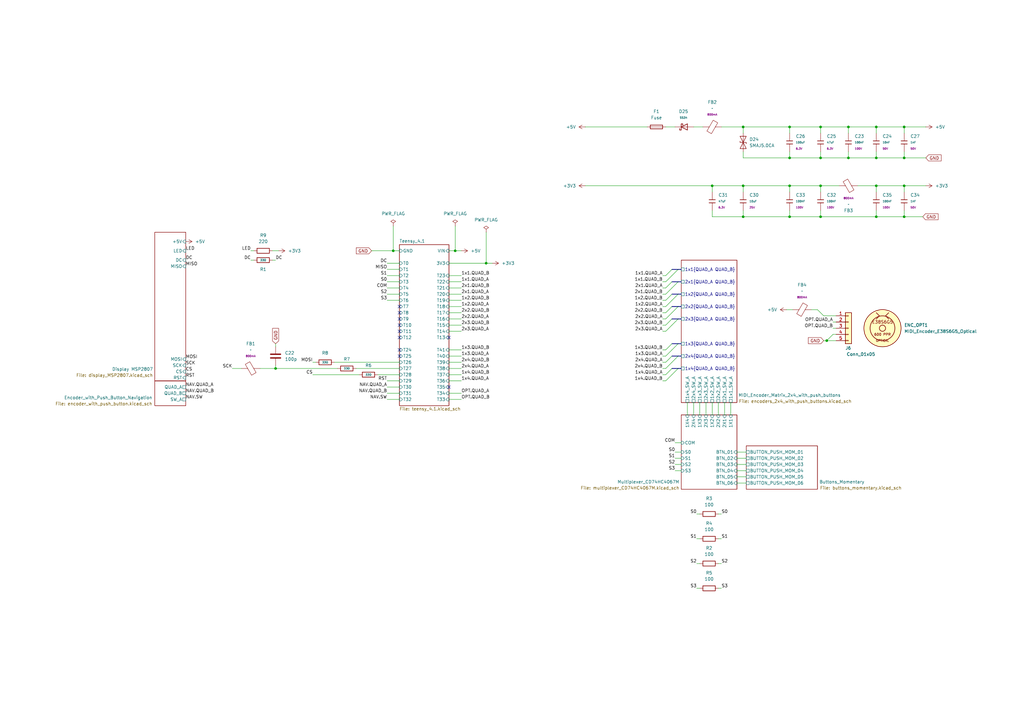
<source format=kicad_sch>
(kicad_sch (version 20250114) (generator "eeschema") (generator_version "9.0")
  (paper "A3")
  (title_block (title "PCB Principal - Contrôleur MIDI") (rev "v1.0"))
  (junction (at 292.1 76.2))
  (junction (at 336.55 88.9))
  (junction (at 304.8 52.07))
  (junction (at 304.8 88.9))
  (junction (at 359.41 76.2))
  (junction (at 347.98 64.77))
  (junction (at 359.41 88.9))
  (junction (at 323.85 88.9))
  (junction (at 370.84 52.07))
  (junction (at 186.69 102.87))
  (junction (at 359.41 52.07))
  (junction (at 323.85 52.07))
  (junction (at 370.84 76.2))
  (junction (at 370.84 88.9))
  (junction (at 370.84 64.77))
  (junction (at 336.55 52.07))
  (junction (at 304.8 76.2))
  (junction (at 359.41 64.77))
  (junction (at 347.98 52.07))
  (junction (at 339.09 139.7))
  (junction (at 199.39 107.95))
  (junction (at 323.85 64.77))
  (junction (at 161.29 102.87))
  (junction (at 323.85 76.2))
  (junction (at 336.55 76.2))
  (junction (at 113.03 151.13))
  (junction (at 336.55 64.77))
  (no_connect (at 184.15 138.43))
  (no_connect (at 163.83 128.27))
  (no_connect (at 163.83 146.05))
  (no_connect (at 184.15 158.75))
  (no_connect (at 163.83 135.89))
  (no_connect (at 163.83 133.35))
  (no_connect (at 163.83 130.81))
  (no_connect (at 163.83 143.51))
  (no_connect (at 163.83 138.43))
  (no_connect (at 163.83 125.73))
  (bus_entry (at 278.13 125.73) (size -2.54 2.54))
  (bus_entry (at 278.13 146.05) (size -2.54 2.54))
  (bus_entry (at 275.59 151.13) (size -2.54 2.54))
  (bus_entry (at 278.13 120.65) (size -2.54 2.54))
  (bus_entry (at 275.59 125.73) (size -2.54 2.54))
  (bus_entry (at 278.13 110.49) (size -2.54 2.54))
  (bus_entry (at 275.59 146.05) (size -2.54 2.54))
  (bus_entry (at 278.13 151.13) (size -2.54 2.54))
  (bus_entry (at 278.13 140.97) (size -2.54 2.54))
  (bus_entry (at 275.59 115.57) (size -2.54 2.54))
  (bus_entry (at 278.13 130.81) (size -2.54 2.54))
  (bus_entry (at 275.59 120.65) (size -2.54 2.54))
  (bus_entry (at 275.59 140.97) (size -2.54 2.54))
  (bus_entry (at 275.59 130.81) (size -2.54 2.54))
  (bus_entry (at 278.13 115.57) (size -2.54 2.54))
  (bus_entry (at 275.59 110.49) (size -2.54 2.54))
  (wire (pts (xy 337.82 139.7) (xy 339.09 139.7)))
  (wire (pts (xy 275.59 153.67) (xy 273.05 156.21)))
  (bus (pts (xy 278.13 110.49) (xy 279.4 110.49)))
  (wire (pts (xy 271.78 153.67) (xy 273.05 153.67)))
  (wire (pts (xy 158.75 110.49) (xy 163.83 110.49)))
  (wire (pts (xy 336.55 64.77) (xy 347.98 64.77)))
  (wire (pts (xy 158.75 113.03) (xy 163.83 113.03)))
  (wire (pts (xy 336.55 52.07) (xy 347.98 52.07)))
  (wire (pts (xy 199.39 95.25) (xy 199.39 107.95)))
  (wire (pts (xy 276.86 193.04) (xy 279.4 193.04)))
  (wire (pts (xy 114.3 102.87) (xy 111.76 102.87)))
  (wire (pts (xy 184.15 107.95) (xy 199.39 107.95)))
  (wire (pts (xy 336.55 76.2) (xy 336.55 78.74)))
  (wire (pts (xy 158.75 123.19) (xy 163.83 123.19)))
  (wire (pts (xy 336.55 88.9) (xy 359.41 88.9)))
  (wire (pts (xy 341.63 132.08) (xy 342.9 132.08)))
  (wire (pts (xy 275.59 133.35) (xy 273.05 135.89)))
  (wire (pts (xy 347.98 62.23) (xy 347.98 64.77)))
  (wire (pts (xy 302.26 195.58) (xy 306.07 195.58)))
  (wire (pts (xy 273.05 52.07) (xy 276.86 52.07)))
  (wire (pts (xy 332.74 127) (xy 335.28 127)))
  (wire (pts (xy 271.78 115.57) (xy 273.05 115.57)))
  (wire (pts (xy 113.03 151.13) (xy 138.43 151.13)))
  (wire (pts (xy 271.78 135.89) (xy 273.05 135.89)))
  (wire (pts (xy 335.28 127) (xy 337.82 129.54)))
  (wire (pts (xy 184.15 151.13) (xy 189.23 151.13)))
  (wire (pts (xy 359.41 52.07) (xy 370.84 52.07)))
  (wire (pts (xy 186.69 102.87) (xy 189.23 102.87)))
  (wire (pts (xy 302.26 193.04) (xy 306.07 193.04)))
  (wire (pts (xy 347.98 52.07) (xy 359.41 52.07)))
  (wire (pts (xy 304.8 78.74) (xy 304.8 76.2)))
  (wire (pts (xy 158.75 118.11) (xy 163.83 118.11)))
  (wire (pts (xy 370.84 76.2) (xy 379.73 76.2)))
  (wire (pts (xy 336.55 62.23) (xy 336.55 64.77)))
  (wire (pts (xy 359.41 64.77) (xy 370.84 64.77)))
  (wire (pts (xy 351.79 76.2) (xy 359.41 76.2)))
  (bus (pts (xy 275.59 120.65) (xy 278.13 120.65)))
  (bus (pts (xy 275.59 151.13) (xy 278.13 151.13)))
  (wire (pts (xy 359.41 62.23) (xy 359.41 64.77)))
  (wire (pts (xy 302.26 185.42) (xy 306.07 185.42)))
  (wire (pts (xy 337.82 129.54) (xy 342.9 129.54)))
  (wire (pts (xy 323.85 62.23) (xy 323.85 64.77)))
  (wire (pts (xy 341.63 134.62) (xy 342.9 134.62)))
  (wire (pts (xy 289.56 165.1) (xy 289.56 170.18)))
  (wire (pts (xy 359.41 52.07) (xy 359.41 54.61)))
  (wire (pts (xy 240.03 76.2) (xy 292.1 76.2)))
  (wire (pts (xy 113.03 106.68) (xy 111.76 106.68)))
  (wire (pts (xy 271.78 133.35) (xy 273.05 133.35)))
  (wire (pts (xy 341.63 137.16) (xy 339.09 139.7)))
  (wire (pts (xy 271.78 113.03) (xy 273.05 113.03)))
  (wire (pts (xy 271.78 151.13) (xy 273.05 151.13)))
  (wire (pts (xy 285.75 241.3) (xy 287.02 241.3)))
  (wire (pts (xy 323.85 52.07) (xy 323.85 54.61)))
  (wire (pts (xy 370.84 86.36) (xy 370.84 88.9)))
  (bus (pts (xy 278.13 120.65) (xy 279.4 120.65)))
  (wire (pts (xy 285.75 231.14) (xy 287.02 231.14)))
  (wire (pts (xy 275.59 148.59) (xy 273.05 151.13)))
  (wire (pts (xy 347.98 52.07) (xy 347.98 54.61)))
  (wire (pts (xy 276.86 185.42) (xy 279.4 185.42)))
  (wire (pts (xy 304.8 76.2) (xy 323.85 76.2)))
  (wire (pts (xy 271.78 120.65) (xy 273.05 120.65)))
  (wire (pts (xy 287.02 210.82) (xy 285.75 210.82)))
  (wire (pts (xy 146.05 151.13) (xy 163.83 151.13)))
  (wire (pts (xy 370.84 64.77) (xy 379.73 64.77)))
  (wire (pts (xy 292.1 76.2) (xy 304.8 76.2)))
  (wire (pts (xy 184.15 123.19) (xy 189.23 123.19)))
  (wire (pts (xy 276.86 181.61) (xy 279.4 181.61)))
  (wire (pts (xy 323.85 78.74) (xy 323.85 76.2)))
  (wire (pts (xy 370.84 88.9) (xy 378.46 88.9)))
  (wire (pts (xy 295.91 220.98) (xy 294.64 220.98)))
  (wire (pts (xy 128.27 153.67) (xy 147.32 153.67)))
  (wire (pts (xy 336.55 76.2) (xy 344.17 76.2)))
  (wire (pts (xy 199.39 107.95) (xy 201.93 107.95)))
  (wire (pts (xy 152.4 102.87) (xy 161.29 102.87)))
  (wire (pts (xy 323.85 64.77) (xy 336.55 64.77)))
  (wire (pts (xy 339.09 139.7) (xy 342.9 139.7)))
  (wire (pts (xy 370.84 62.23) (xy 370.84 64.77)))
  (wire (pts (xy 184.15 125.73) (xy 189.23 125.73)))
  (wire (pts (xy 284.48 165.1) (xy 284.48 170.18)))
  (wire (pts (xy 370.84 52.07) (xy 370.84 54.61)))
  (wire (pts (xy 271.78 143.51) (xy 273.05 143.51)))
  (wire (pts (xy 102.87 106.68) (xy 104.14 106.68)))
  (wire (pts (xy 275.59 113.03) (xy 273.05 115.57)))
  (wire (pts (xy 184.15 153.67) (xy 189.23 153.67)))
  (wire (pts (xy 271.78 130.81) (xy 273.05 130.81)))
  (wire (pts (xy 304.8 86.36) (xy 304.8 88.9)))
  (wire (pts (xy 302.26 190.5) (xy 306.07 190.5)))
  (wire (pts (xy 322.58 127) (xy 325.12 127)))
  (wire (pts (xy 106.68 151.13) (xy 113.03 151.13)))
  (wire (pts (xy 275.59 143.51) (xy 273.05 146.05)))
  (wire (pts (xy 161.29 102.87) (xy 163.83 102.87)))
  (wire (pts (xy 113.03 149.86) (xy 113.03 151.13)))
  (wire (pts (xy 158.75 156.21) (xy 163.83 156.21)))
  (bus (pts (xy 278.13 140.97) (xy 279.4 140.97)))
  (wire (pts (xy 271.78 128.27) (xy 273.05 128.27)))
  (wire (pts (xy 184.15 118.11) (xy 189.23 118.11)))
  (bus (pts (xy 278.13 146.05) (xy 279.4 146.05)))
  (wire (pts (xy 304.8 52.07) (xy 323.85 52.07)))
  (wire (pts (xy 184.15 130.81) (xy 189.23 130.81)))
  (wire (pts (xy 287.02 165.1) (xy 287.02 170.18)))
  (wire (pts (xy 323.85 86.36) (xy 323.85 88.9)))
  (bus (pts (xy 275.59 146.05) (xy 278.13 146.05)))
  (wire (pts (xy 276.86 187.96) (xy 279.4 187.96)))
  (bus (pts (xy 278.13 151.13) (xy 279.4 151.13)))
  (wire (pts (xy 184.15 115.57) (xy 189.23 115.57)))
  (wire (pts (xy 184.15 135.89) (xy 189.23 135.89)))
  (wire (pts (xy 271.78 148.59) (xy 273.05 148.59)))
  (wire (pts (xy 186.69 92.71) (xy 186.69 102.87)))
  (wire (pts (xy 304.8 62.23) (xy 304.8 64.77)))
  (wire (pts (xy 295.91 231.14) (xy 294.64 231.14)))
  (wire (pts (xy 336.55 88.9) (xy 336.55 86.36)))
  (wire (pts (xy 292.1 76.2) (xy 292.1 78.74)))
  (wire (pts (xy 359.41 76.2) (xy 359.41 78.74)))
  (wire (pts (xy 347.98 64.77) (xy 359.41 64.77)))
  (wire (pts (xy 275.59 123.19) (xy 273.05 125.73)))
  (wire (pts (xy 285.75 220.98) (xy 287.02 220.98)))
  (wire (pts (xy 359.41 88.9) (xy 370.84 88.9)))
  (wire (pts (xy 292.1 165.1) (xy 292.1 170.18)))
  (wire (pts (xy 304.8 64.77) (xy 323.85 64.77)))
  (wire (pts (xy 281.94 165.1) (xy 281.94 170.18)))
  (wire (pts (xy 276.86 190.5) (xy 279.4 190.5)))
  (wire (pts (xy 102.87 102.87) (xy 104.14 102.87)))
  (bus (pts (xy 278.13 125.73) (xy 279.4 125.73)))
  (wire (pts (xy 302.26 198.12) (xy 306.07 198.12)))
  (wire (pts (xy 323.85 76.2) (xy 336.55 76.2)))
  (wire (pts (xy 342.9 137.16) (xy 341.63 137.16)))
  (wire (pts (xy 271.78 146.05) (xy 273.05 146.05)))
  (bus (pts (xy 275.59 140.97) (xy 278.13 140.97)))
  (wire (pts (xy 95.25 151.13) (xy 99.06 151.13)))
  (wire (pts (xy 158.75 158.75) (xy 163.83 158.75)))
  (bus (pts (xy 275.59 110.49) (xy 278.13 110.49)))
  (wire (pts (xy 302.26 187.96) (xy 306.07 187.96)))
  (wire (pts (xy 295.91 210.82) (xy 294.64 210.82)))
  (wire (pts (xy 295.91 52.07) (xy 304.8 52.07)))
  (wire (pts (xy 158.75 163.83) (xy 163.83 163.83)))
  (wire (pts (xy 184.15 133.35) (xy 189.23 133.35)))
  (wire (pts (xy 359.41 86.36) (xy 359.41 88.9)))
  (wire (pts (xy 275.59 128.27) (xy 273.05 130.81)))
  (wire (pts (xy 184.15 148.59) (xy 189.23 148.59)))
  (bus (pts (xy 278.13 115.57) (xy 279.4 115.57)))
  (bus (pts (xy 275.59 125.73) (xy 278.13 125.73)))
  (wire (pts (xy 370.84 76.2) (xy 370.84 78.74)))
  (wire (pts (xy 184.15 128.27) (xy 189.23 128.27)))
  (wire (pts (xy 292.1 86.36) (xy 292.1 88.9)))
  (wire (pts (xy 271.78 118.11) (xy 273.05 118.11)))
  (bus (pts (xy 275.59 115.57) (xy 278.13 115.57)))
  (wire (pts (xy 184.15 120.65) (xy 189.23 120.65)))
  (bus (pts (xy 278.13 130.81) (xy 279.4 130.81)))
  (wire (pts (xy 275.59 118.11) (xy 273.05 120.65)))
  (wire (pts (xy 336.55 52.07) (xy 336.55 54.61)))
  (wire (pts (xy 304.8 52.07) (xy 304.8 54.61)))
  (wire (pts (xy 284.48 52.07) (xy 288.29 52.07)))
  (wire (pts (xy 158.75 120.65) (xy 163.83 120.65)))
  (wire (pts (xy 158.75 115.57) (xy 163.83 115.57)))
  (bus (pts (xy 275.59 130.81) (xy 278.13 130.81)))
  (wire (pts (xy 137.16 148.59) (xy 163.83 148.59)))
  (wire (pts (xy 323.85 52.07) (xy 336.55 52.07)))
  (wire (pts (xy 271.78 123.19) (xy 273.05 123.19)))
  (wire (pts (xy 294.64 165.1) (xy 294.64 170.18)))
  (wire (pts (xy 158.75 161.29) (xy 163.83 161.29)))
  (wire (pts (xy 359.41 76.2) (xy 370.84 76.2)))
  (wire (pts (xy 161.29 92.71) (xy 161.29 102.87)))
  (wire (pts (xy 184.15 163.83) (xy 189.23 163.83)))
  (wire (pts (xy 113.03 140.97) (xy 113.03 142.24)))
  (wire (pts (xy 271.78 156.21) (xy 273.05 156.21)))
  (wire (pts (xy 184.15 146.05) (xy 189.23 146.05)))
  (wire (pts (xy 184.15 161.29) (xy 189.23 161.29)))
  (wire (pts (xy 184.15 102.87) (xy 186.69 102.87)))
  (wire (pts (xy 297.18 165.1) (xy 297.18 170.18)))
  (wire (pts (xy 292.1 88.9) (xy 304.8 88.9)))
  (wire (pts (xy 304.8 88.9) (xy 323.85 88.9)))
  (wire (pts (xy 323.85 88.9) (xy 336.55 88.9)))
  (wire (pts (xy 271.78 125.73) (xy 273.05 125.73)))
  (wire (pts (xy 184.15 113.03) (xy 189.23 113.03)))
  (wire (pts (xy 295.91 241.3) (xy 294.64 241.3)))
  (wire (pts (xy 240.03 52.07) (xy 265.43 52.07)))
  (wire (pts (xy 154.94 153.67) (xy 163.83 153.67)))
  (wire (pts (xy 158.75 107.95) (xy 163.83 107.95)))
  (wire (pts (xy 128.27 148.59) (xy 129.54 148.59)))
  (wire (pts (xy 184.15 143.51) (xy 189.23 143.51)))
  (wire (pts (xy 299.72 165.1) (xy 299.72 170.18)))
  (wire (pts (xy 370.84 52.07) (xy 379.73 52.07)))
  (wire (pts (xy 184.15 156.21) (xy 189.23 156.21)))
  (label "RST" (at 158.75 156.21 180))
  (label "NAV.QUAD_B" (at 76.2 161.29 0))
  (label "NAV.SW" (at 158.75 163.83 180))
  (label "S3" (at 276.86 193.04 180))
  (label "DC" (at 158.75 107.95 180))
  (label "S2" (at 295.91 231.14 0))
  (label "SCK" (at 95.25 151.13 180))
  (label "S0" (at 158.75 115.57 180))
  (label "S1" (at 285.75 220.98 180))
  (label "MOSI" (at 76.2 147.32 0))
  (label "DC" (at 102.87 106.68 180))
  (label "2x3.QUAD_A" (at 189.23 135.89 0))
  (label "2x3.QUAD_B" (at 189.23 133.35 0))
  (label "2x1.QUAD_B" (at 271.78 120.65 180))
  (label "S1" (at 158.75 113.03 180))
  (label "MOSI" (at 128.27 148.59 180))
  (label "S0" (at 276.86 185.42 180))
  (label "S3" (at 158.75 123.19 180))
  (label "1x1.QUAD_A" (at 271.78 113.03 180))
  (label "1x4.QUAD_B" (at 271.78 156.21 180))
  (label "CS" (at 76.2 152.4 0))
  (label "2x4.QUAD_B" (at 271.78 151.13 180))
  (label "2x1.QUAD_A" (at 189.23 120.65 0))
  (label "NAV.QUAD_A" (at 158.75 158.75 180))
  (label "2x4.QUAD_A" (at 189.23 151.13 0))
  (label "1x2.QUAD_B" (at 271.78 123.19 180))
  (label "1x2.QUAD_B" (at 189.23 123.19 0))
  (label "LED" (at 102.87 102.87 180))
  (label "2x3.QUAD_B" (at 271.78 133.35 180))
  (label "NAV.QUAD_A" (at 76.2 158.75 0))
  (label "2x2.QUAD_A" (at 189.23 130.81 0))
  (label "2x2.QUAD_B" (at 189.23 128.27 0))
  (label "2x2.QUAD_A" (at 271.78 130.81 180))
  (label "DC" (at 113.03 106.68 0))
  (label "S1" (at 276.86 187.96 180))
  (label "S3" (at 285.75 241.3 180))
  (label "MISO" (at 76.2 109.22 0))
  (label "2x4.QUAD_A" (at 271.78 148.59 180))
  (label "NAV.SW" (at 76.2 163.83 0))
  (label "S2" (at 285.75 231.14 180))
  (label "1x1.QUAD_B" (at 189.23 113.03 0))
  (label "1x4.QUAD_B" (at 189.23 153.67 0))
  (label "COM" (at 276.86 181.61 180))
  (label "1x3.QUAD_B" (at 189.23 143.51 0))
  (label "1x3.QUAD_A" (at 189.23 146.05 0))
  (label "S2" (at 276.86 190.5 180))
  (label "1x1.QUAD_B" (at 271.78 115.57 180))
  (label "MISO" (at 158.75 110.49 180))
  (label "OPT.QUAD_B" (at 189.23 163.83 0))
  (label "1x2.QUAD_A" (at 189.23 125.73 0))
  (label "2x3.QUAD_A" (at 271.78 135.89 180))
  (label "OPT.QUAD_A" (at 189.23 161.29 0))
  (label "COM" (at 158.75 118.11 180))
  (label "S0" (at 295.91 210.82 0))
  (label "2x1.QUAD_B" (at 189.23 118.11 0))
  (label "CS" (at 128.27 153.67 180))
  (label "2x4.QUAD_B" (at 189.23 148.59 0))
  (label "DC" (at 76.2 106.68 0))
  (label "SCK" (at 76.2 149.86 0))
  (label "S1" (at 295.91 220.98 0))
  (label "2x1.QUAD_A" (at 271.78 118.11 180))
  (label "NAV.QUAD_B" (at 158.75 161.29 180))
  (label "2x2.QUAD_B" (at 271.78 128.27 180))
  (label "OPT.QUAD_A" (at 341.63 132.08 180))
  (label "RST" (at 76.2 154.94 0))
  (label "1x1.QUAD_A" (at 189.23 115.57 0))
  (label "S3" (at 295.91 241.3 0))
  (label "S2" (at 158.75 120.65 180))
  (label "1x3.QUAD_A" (at 271.78 146.05 180))
  (label "OPT.QUAD_B" (at 341.63 134.62 180))
  (label "1x4.QUAD_A" (at 271.78 153.67 180))
  (label "S0" (at 285.75 210.82 180))
  (label "1x3.QUAD_B" (at 271.78 143.51 180))
  (label "LED" (at 76.2 102.87 0))
  (label "1x4.QUAD_A" (at 189.23 156.21 0))
  (label "1x2.QUAD_A" (at 271.78 125.73 180))
  (global_label "GND" (shape input) (at 378.46 88.9 0) (property "Intersheetrefs" "${INTERSHEET_REFS}" (effects (hide yes))))
  (global_label "GND" (shape input) (at 152.4 102.87 180) (property "Intersheetrefs" "${INTERSHEET_REFS}" (effects (hide yes))))
  (global_label "GND" (shape input) (at 337.82 139.7 180) (property "Intersheetrefs" "${INTERSHEET_REFS}" (effects (hide yes))))
  (global_label "GND" (shape input) (at 113.03 140.97 90) (property "Intersheetrefs" "${INTERSHEET_REFS}" (effects (hide yes))))
  (global_label "GND" (shape input) (at 379.73 64.77 0) (property "Intersheetrefs" "${INTERSHEET_REFS}" (effects (hide yes))))
  (symbol (lib_id "Diode:SMAJ5.0CA") (at 304.8 58.42 90) (unit 1)
    (property "Reference" "D24" (at 307.34 57.1499 90) (effects (justify right)))
    (property "Value" "SMAJ5.0CA" (at 307.34 59.6899 90) (effects (justify right)))
    (property "Footprint" "Diode_SMD:D_SMA" (effects (hide yes)))
    (property "Datasheet" "https://www.littelfuse.com/media?resourcetype=datasheets&itemid=75e32973-b177-4ee3-a0ff-cedaf1abdb93&filename=smaj-datasheet" (effects (hide yes)))
    (property "Description" "400W bidirectional Transient Voltage Suppressor, 5.0Vr, SMA(DO-214AC)" (effects (hide yes)))
    (property "LCSC" "C908809" (effects (hide yes)))
  )
  (symbol (lib_id "PCM_JLCPCB-Inductors:Ferrite,0805") (at 328.93 127 270) (unit 1)
    (property "Reference" "FB4" (at 328.9808 116.84 90))
    (property "Value" "~" (at 328.9808 119.38 90) (effects (font (size 0.8 0.8))))
    (property "Footprint" "PCM_JLCPCB:FB_0805" (effects (hide yes)))
    (property "Datasheet" "https://www.lcsc.com/datasheet/lcsc_datasheet_2310301640_Sunlord-GZ2012D101TF_C1015.pdf" (effects (hide yes)))
    (property "Description" "±25% 100Ω@100MHz 0805 Ferrite Beads ROHS" (effects (hide yes)))
    (property "LCSC" "C1015" (effects (hide yes)))
    (property "Stock" "196104" (effects (hide yes)))
    (property "Price" "0.017USD" (effects (hide yes)))
    (property "Process" "SMT" (effects (hide yes)))
    (property "Minimum Qty" "20" (effects (hide yes)))
    (property "Attrition Qty" "10" (effects (hide yes)))
    (property "Class" "Basic Component" (effects (hide yes)))
    (property "Category" "Filters/EMI Optimization,Ferrite Beads" (effects (hide yes)))
    (property "Manufacturer" "Sunlord" (effects (hide yes)))
    (property "Part" "GZ2012D101TF" (effects (hide yes)))
    (property "Impedance @ Frequency" "100Ω@100MHz" (effects (hide yes)))
    (property "Circuits" "1" (effects (hide yes)))
    (property "Current Rating" "800mA" (at 328.9808 121.92 90) (effects (font (size 0.8 0.8))))
    (property "Tolerance" "±25%" (effects (hide yes)))
  )
  (symbol (lib_id "PCM_JLCPCB-Capacitors:0603,10nF") (at 359.41 58.42 0) (unit 1)
    (property "Reference" "C24" (at 361.95 55.8799 0) (effects (justify left)))
    (property "Value" "10nF" (at 361.95 58.42 0) (effects (font (size 0.8 0.8)) (justify left)))
    (property "Footprint" "PCM_JLCPCB:C_0603" (effects (hide yes)))
    (property "Datasheet" "https://www.lcsc.com/datasheet/lcsc_datasheet_2304140030_FH--Guangdong-Fenghua-Advanced-Tech-0603B103K500NT_C57112.pdf" (effects (hide yes)))
    (property "Description" "50V 10nF X7R ±10% 0603 Multilayer Ceramic Capacitors MLCC - SMD/SMT ROHS" (effects (hide yes)))
    (property "LCSC" "C57112" (effects (hide yes)))
    (property "Stock" "5921160" (effects (hide yes)))
    (property "Price" "0.005USD" (effects (hide yes)))
    (property "Process" "SMT" (effects (hide yes)))
    (property "Minimum Qty" "20" (effects (hide yes)))
    (property "Attrition Qty" "10" (effects (hide yes)))
    (property "Class" "Basic Component" (effects (hide yes)))
    (property "Category" "Capacitors,Multilayer Ceramic Capacitors MLCC - SMD/SMT" (effects (hide yes)))
    (property "Manufacturer" "FH(Guangdong Fenghua Advanced Tech)" (effects (hide yes)))
    (property "Part" "0603B103K500NT" (effects (hide yes)))
    (property "Voltage Rated" "50V" (at 361.95 60.96 0) (effects (font (size 0.8 0.8)) (justify left)))
    (property "Tolerance" "±10%" (effects (hide yes)))
    (property "Capacitance" "10nF" (effects (hide yes)))
    (property "Temperature Coefficient" "X7R" (effects (hide yes)))
  )
  (symbol (lib_id "power:+5V") (at 189.23 102.87 270) (unit 1)
    (property "Reference" "#PWR012" (effects (hide yes)))
    (property "Value" "+5V" (at 193.04 102.8699 90) (effects (justify left)))
    (property "Description" "Power symbol creates a global label with name \"+5V\"" (effects (hide yes)))
  )
  (symbol (lib_id "Device:R") (at 290.83 210.82 90) (unit 1)
    (property "Reference" "R3" (at 290.83 204.47 90))
    (property "Value" "100" (at 290.83 207.01 90))
    (property "Footprint" "Resistor_SMD:R_0603_1608Metric" (effects (hide yes)))
    (property "Description" "Resistor" (effects (hide yes)))
    (property "LCSC" "C22775" (effects (hide yes)))
  )
  (symbol (lib_id "Device:C") (at 113.03 146.05 180) (unit 1)
    (property "Reference" "C22" (at 116.84 144.7799 0) (effects (justify right)))
    (property "Value" "100p" (at 116.84 147.3199 0) (effects (justify right)))
    (property "Footprint" "Capacitor_SMD:C_0603_1608Metric" (effects (hide yes)))
    (property "Description" "Unpolarized capacitor" (effects (hide yes)))
    (property "LCSC" "C1635" (effects (hide yes)))
  )
  (symbol (lib_id "PCM_JLCPCB-Capacitors:0603,1nF") (at 370.84 58.42 0) (unit 1)
    (property "Reference" "C27" (at 373.38 55.8799 0) (effects (justify left)))
    (property "Value" "1nF" (at 373.38 58.42 0) (effects (font (size 0.8 0.8)) (justify left)))
    (property "Footprint" "PCM_JLCPCB:C_0603" (effects (hide yes)))
    (property "Datasheet" "https://www.lcsc.com/datasheet/lcsc_datasheet_2304140030_Samsung-Electro-Mechanics-CL10B102KB8NNNC_C1588.pdf" (effects (hide yes)))
    (property "Description" "50V 1nF X7R ±10% 0603 Multilayer Ceramic Capacitors MLCC - SMD/SMT ROHS" (effects (hide yes)))
    (property "LCSC" "C1588" (effects (hide yes)))
    (property "Stock" "6068974" (effects (hide yes)))
    (property "Price" "0.006USD" (effects (hide yes)))
    (property "Process" "SMT" (effects (hide yes)))
    (property "Minimum Qty" "20" (effects (hide yes)))
    (property "Attrition Qty" "10" (effects (hide yes)))
    (property "Class" "Basic Component" (effects (hide yes)))
    (property "Category" "Capacitors,Multilayer Ceramic Capacitors MLCC - SMD/SMT" (effects (hide yes)))
    (property "Manufacturer" "Samsung Electro-Mechanics" (effects (hide yes)))
    (property "Part" "CL10B102KB8NNNC" (effects (hide yes)))
    (property "Voltage Rated" "50V" (at 373.38 60.96 0) (effects (font (size 0.8 0.8)) (justify left)))
    (property "Tolerance" "±10%" (effects (hide yes)))
    (property "Capacitance" "1nF" (effects (hide yes)))
    (property "Temperature Coefficient" "X7R" (effects (hide yes)))
  )
  (symbol (lib_id "Device:R") (at 107.95 102.87 270) (mirror x) (unit 1)
    (property "Reference" "R9" (at 107.95 96.52 90))
    (property "Value" "220" (at 107.95 99.06 90))
    (property "Footprint" "Resistor_SMD:R_0603_1608Metric" (effects (hide yes)))
    (property "Description" "Resistor" (effects (hide yes)))
    (property "LCSC" "C22962" (effects (hide yes)))
  )
  (symbol (lib_id "PCM_JLCPCB-Inductors:Ferrite,0805") (at 347.98 76.2 270) (mirror x) (unit 1)
    (property "Reference" "FB3" (at 348.0308 86.36 90))
    (property "Value" "~" (at 348.0308 83.82 90) (effects (font (size 0.8 0.8))))
    (property "Footprint" "PCM_JLCPCB:FB_0805" (effects (hide yes)))
    (property "Datasheet" "https://www.lcsc.com/datasheet/lcsc_datasheet_2310301640_Sunlord-GZ2012D101TF_C1015.pdf" (effects (hide yes)))
    (property "Description" "±25% 100Ω@100MHz 0805 Ferrite Beads ROHS" (effects (hide yes)))
    (property "LCSC" "C1015" (effects (hide yes)))
    (property "Stock" "196104" (effects (hide yes)))
    (property "Price" "0.017USD" (effects (hide yes)))
    (property "Process" "SMT" (effects (hide yes)))
    (property "Minimum Qty" "20" (effects (hide yes)))
    (property "Attrition Qty" "10" (effects (hide yes)))
    (property "Class" "Basic Component" (effects (hide yes)))
    (property "Category" "Filters/EMI Optimization,Ferrite Beads" (effects (hide yes)))
    (property "Manufacturer" "Sunlord" (effects (hide yes)))
    (property "Part" "GZ2012D101TF" (effects (hide yes)))
    (property "Impedance @ Frequency" "100Ω@100MHz" (effects (hide yes)))
    (property "Circuits" "1" (effects (hide yes)))
    (property "Current Rating" "800mA" (at 348.0308 81.28 90) (effects (font (size 0.8 0.8))))
    (property "Tolerance" "±25%" (effects (hide yes)))
  )
  (symbol (lib_id "PCM_JLCPCB-Capacitors:0805,47uF") (at 336.55 58.42 0) (unit 1)
    (property "Reference" "C25" (at 339.09 55.8799 0) (effects (justify left)))
    (property "Value" "47uF" (at 339.09 58.42 0) (effects (font (size 0.8 0.8)) (justify left)))
    (property "Footprint" "PCM_JLCPCB:C_0805" (effects (hide yes)))
    (property "Datasheet" "https://www.lcsc.com/datasheet/lcsc_datasheet_2304140030_Samsung-Electro-Mechanics-CL21A476MQYNNNE_C16780.pdf" (effects (hide yes)))
    (property "Description" "6.3V 47uF X5R ±20% 0805 Multilayer Ceramic Capacitors MLCC - SMD/SMT ROHS" (effects (hide yes)))
    (property "LCSC" "C16780" (effects (hide yes)))
    (property "Stock" "1584628" (effects (hide yes)))
    (property "Price" "0.030USD" (effects (hide yes)))
    (property "Process" "SMT" (effects (hide yes)))
    (property "Minimum Qty" "5" (effects (hide yes)))
    (property "Attrition Qty" "6" (effects (hide yes)))
    (property "Class" "Basic Component" (effects (hide yes)))
    (property "Category" "Capacitors,Multilayer Ceramic Capacitors MLCC - SMD/SMT" (effects (hide yes)))
    (property "Manufacturer" "Samsung Electro-Mechanics" (effects (hide yes)))
    (property "Part" "CL21A476MQYNNNE" (effects (hide yes)))
    (property "Voltage Rated" "6.3V" (at 339.09 60.96 0) (effects (font (size 0.8 0.8)) (justify left)))
    (property "Tolerance" "±20%" (effects (hide yes)))
    (property "Capacitance" "47uF" (effects (hide yes)))
    (property "Temperature Coefficient" "X5R" (effects (hide yes)))
  )
  (symbol (lib_id "PCM_JLCPCB-Diodes:Schottky,SS34") (at 280.67 52.07 270) (unit 1)
    (property "Reference" "D25" (at 280.3525 45.72 90))
    (property "Value" "SS34" (at 280.3525 48.26 90) (effects (font (size 0.8 0.8))))
    (property "Footprint" "PCM_JLCPCB:D_SMA" (effects (hide yes)))
    (property "Datasheet" "https://www.lcsc.com/datasheet/lcsc_datasheet_2407101107_MDD-Microdiode-Semiconductor-SS34_C8678.pdf" (effects (hide yes)))
    (property "Description" "40V Independent Type 3A 550mV@3A SMA(DO-214AC) Schottky Diodes ROHS" (effects (hide yes)))
    (property "LCSC" "C8678" (effects (hide yes)))
    (property "Stock" "1971586" (effects (hide yes)))
    (property "Price" "0.030USD" (effects (hide yes)))
    (property "Process" "SMT" (effects (hide yes)))
    (property "Minimum Qty" "5" (effects (hide yes)))
    (property "Attrition Qty" "8" (effects (hide yes)))
    (property "Class" "Basic Component" (effects (hide yes)))
    (property "Category" "Diodes,Schottky Barrier Diodes (SBD)" (effects (hide yes)))
    (property "Manufacturer" "MDD（Microdiode Electronics）" (effects (hide yes)))
    (property "Part" "SS34" (effects (hide yes)))
    (property "Rectified Current" "3A" (effects (hide yes)))
    (property "Forward Voltage (Vf@If)" "550mV@3A" (effects (hide yes)))
    (property "Reverse Voltage (Vr)" "40V" (effects (hide yes)))
    (property "Diode Configuration" "Independent Type" (effects (hide yes)))
    (property "Reverse Leakage Current (Ir)" "500uA@40V" (effects (hide yes)))
  )
  (symbol (lib_id "power:+3V3") (at 379.73 76.2 270) (unit 1)
    (property "Reference" "#PWR06" (effects (hide yes)))
    (property "Value" "+3V3" (at 383.54 76.1999 90) (effects (justify left)))
    (property "Description" "Power symbol creates a global label with name \"+3V3\"" (effects (hide yes)))
  )
  (symbol (lib_id "PCM_JLCPCB-Resistors:0603,33Ω") (at 151.13 153.67 90) (unit 1)
    (property "Reference" "R6" (at 151.13 149.86 90))
    (property "Value" "33Ω" (at 151.13 153.67 90) (effects (font (size 0.8 0.8))))
    (property "Footprint" "PCM_JLCPCB:R_0603" (effects (hide yes)))
    (property "Datasheet" "https://www.lcsc.com/datasheet/lcsc_datasheet_2206010116_UNI-ROYAL-Uniroyal-Elec-0603WAF330JT5E_C23140.pdf" (effects (hide yes)))
    (property "Description" "100mW Thick Film Resistors 75V ±100ppm/°C ±1% 33Ω 0603 Chip Resistor - Surface Mount ROHS" (effects (hide yes)))
    (property "LCSC" "C23140" (effects (hide yes)))
    (property "Stock" "2319032" (effects (hide yes)))
    (property "Price" "0.004USD" (effects (hide yes)))
    (property "Process" "SMT" (effects (hide yes)))
    (property "Minimum Qty" "20" (effects (hide yes)))
    (property "Attrition Qty" "10" (effects (hide yes)))
    (property "Class" "Basic Component" (effects (hide yes)))
    (property "Category" "Resistors,Chip Resistor - Surface Mount" (effects (hide yes)))
    (property "Manufacturer" "UNI-ROYAL(Uniroyal Elec)" (effects (hide yes)))
    (property "Part" "0603WAF330JT5E" (effects (hide yes)))
    (property "Resistance" "33Ω" (effects (hide yes)))
    (property "Power(Watts)" "100mW" (effects (hide yes)))
    (property "Type" "Thick Film Resistors" (effects (hide yes)))
    (property "Overload Voltage (Max)" "75V" (effects (hide yes)))
    (property "Operating Temperature Range" "-55°C~+155°C" (effects (hide yes)))
    (property "Tolerance" "±1%" (effects (hide yes)))
    (property "Temperature Coefficient" "±100ppm/°C" (effects (hide yes)))
  )
  (symbol (lib_id "Device:R") (at 290.83 231.14 90) (unit 1)
    (property "Reference" "R2" (at 290.83 224.79 90))
    (property "Value" "100" (at 290.83 227.33 90))
    (property "Footprint" "Resistor_SMD:R_0603_1608Metric" (effects (hide yes)))
    (property "Description" "Resistor" (effects (hide yes)))
    (property "LCSC" "C22775" (effects (hide yes)))
  )
  (symbol (lib_id "PCM_JLCPCB-Resistors:0603,33Ω") (at 133.35 148.59 90) (unit 1)
    (property "Reference" "R8" (at 133.35 144.78 90))
    (property "Value" "33Ω" (at 133.35 148.59 90) (effects (font (size 0.8 0.8))))
    (property "Footprint" "PCM_JLCPCB:R_0603" (effects (hide yes)))
    (property "Datasheet" "https://www.lcsc.com/datasheet/lcsc_datasheet_2206010116_UNI-ROYAL-Uniroyal-Elec-0603WAF330JT5E_C23140.pdf" (effects (hide yes)))
    (property "Description" "100mW Thick Film Resistors 75V ±100ppm/°C ±1% 33Ω 0603 Chip Resistor - Surface Mount ROHS" (effects (hide yes)))
    (property "LCSC" "C23140" (effects (hide yes)))
    (property "Stock" "2319032" (effects (hide yes)))
    (property "Price" "0.004USD" (effects (hide yes)))
    (property "Process" "SMT" (effects (hide yes)))
    (property "Minimum Qty" "20" (effects (hide yes)))
    (property "Attrition Qty" "10" (effects (hide yes)))
    (property "Class" "Basic Component" (effects (hide yes)))
    (property "Category" "Resistors,Chip Resistor - Surface Mount" (effects (hide yes)))
    (property "Manufacturer" "UNI-ROYAL(Uniroyal Elec)" (effects (hide yes)))
    (property "Part" "0603WAF330JT5E" (effects (hide yes)))
    (property "Resistance" "33Ω" (effects (hide yes)))
    (property "Power(Watts)" "100mW" (effects (hide yes)))
    (property "Type" "Thick Film Resistors" (effects (hide yes)))
    (property "Overload Voltage (Max)" "75V" (effects (hide yes)))
    (property "Operating Temperature Range" "-55°C~+155°C" (effects (hide yes)))
    (property "Tolerance" "±1%" (effects (hide yes)))
    (property "Temperature Coefficient" "±100ppm/°C" (effects (hide yes)))
  )
  (symbol (lib_id "power:+3V3") (at 240.03 76.2 90) (unit 1)
    (property "Reference" "#PWR09" (effects (hide yes)))
    (property "Value" "+3V3" (at 236.22 76.1999 90) (effects (justify left)))
    (property "Description" "Power symbol creates a global label with name \"+3V3\"" (effects (hide yes)))
  )
  (symbol (lib_id "PCM_JLCPCB-Capacitors:0805,47uF") (at 292.1 82.55 0) (unit 1)
    (property "Reference" "C31" (at 294.64 80.0099 0) (effects (justify left)))
    (property "Value" "47uF" (at 294.64 82.55 0) (effects (font (size 0.8 0.8)) (justify left)))
    (property "Footprint" "PCM_JLCPCB:C_0805" (effects (hide yes)))
    (property "Datasheet" "https://www.lcsc.com/datasheet/lcsc_datasheet_2304140030_Samsung-Electro-Mechanics-CL21A476MQYNNNE_C16780.pdf" (effects (hide yes)))
    (property "Description" "6.3V 47uF X5R ±20% 0805 Multilayer Ceramic Capacitors MLCC - SMD/SMT ROHS" (effects (hide yes)))
    (property "LCSC" "C16780" (effects (hide yes)))
    (property "Stock" "1584628" (effects (hide yes)))
    (property "Price" "0.030USD" (effects (hide yes)))
    (property "Process" "SMT" (effects (hide yes)))
    (property "Minimum Qty" "5" (effects (hide yes)))
    (property "Attrition Qty" "6" (effects (hide yes)))
    (property "Class" "Basic Component" (effects (hide yes)))
    (property "Category" "Capacitors,Multilayer Ceramic Capacitors MLCC - SMD/SMT" (effects (hide yes)))
    (property "Manufacturer" "Samsung Electro-Mechanics" (effects (hide yes)))
    (property "Part" "CL21A476MQYNNNE" (effects (hide yes)))
    (property "Voltage Rated" "6.3V" (at 294.64 85.09 0) (effects (font (size 0.8 0.8)) (justify left)))
    (property "Tolerance" "±20%" (effects (hide yes)))
    (property "Capacitance" "47uF" (effects (hide yes)))
    (property "Temperature Coefficient" "X5R" (effects (hide yes)))
  )
  (symbol (lib_id "PCM_4ms_Power-symbol:PWR_FLAG") (at 161.29 92.71 0) (unit 1)
    (property "Reference" "#FLG01" (effects (hide yes)))
    (property "Value" "PWR_FLAG" (at 161.29 87.63 0))
  )
  (symbol (lib_id "PCM_JLCPCB-Resistors:0603,33Ω") (at 142.24 151.13 90) (unit 1)
    (property "Reference" "R7" (at 142.24 147.32 90))
    (property "Value" "33Ω" (at 142.24 151.13 90) (effects (font (size 0.8 0.8))))
    (property "Footprint" "PCM_JLCPCB:R_0603" (effects (hide yes)))
    (property "Datasheet" "https://www.lcsc.com/datasheet/lcsc_datasheet_2206010116_UNI-ROYAL-Uniroyal-Elec-0603WAF330JT5E_C23140.pdf" (effects (hide yes)))
    (property "Description" "100mW Thick Film Resistors 75V ±100ppm/°C ±1% 33Ω 0603 Chip Resistor - Surface Mount ROHS" (effects (hide yes)))
    (property "LCSC" "C23140" (effects (hide yes)))
    (property "Stock" "2319032" (effects (hide yes)))
    (property "Price" "0.004USD" (effects (hide yes)))
    (property "Process" "SMT" (effects (hide yes)))
    (property "Minimum Qty" "20" (effects (hide yes)))
    (property "Attrition Qty" "10" (effects (hide yes)))
    (property "Class" "Basic Component" (effects (hide yes)))
    (property "Category" "Resistors,Chip Resistor - Surface Mount" (effects (hide yes)))
    (property "Manufacturer" "UNI-ROYAL(Uniroyal Elec)" (effects (hide yes)))
    (property "Part" "0603WAF330JT5E" (effects (hide yes)))
    (property "Resistance" "33Ω" (effects (hide yes)))
    (property "Power(Watts)" "100mW" (effects (hide yes)))
    (property "Type" "Thick Film Resistors" (effects (hide yes)))
    (property "Overload Voltage (Max)" "75V" (effects (hide yes)))
    (property "Operating Temperature Range" "-55°C~+155°C" (effects (hide yes)))
    (property "Tolerance" "±1%" (effects (hide yes)))
    (property "Temperature Coefficient" "±100ppm/°C" (effects (hide yes)))
  )
  (symbol (lib_id "PCM_JLCPCB-Capacitors:0805,100nF") (at 336.55 82.55 0) (unit 1)
    (property "Reference" "C32" (at 339.09 80.0099 0) (effects (justify left)))
    (property "Value" "100nF" (at 339.09 82.55 0) (effects (font (size 0.8 0.8)) (justify left)))
    (property "Footprint" "PCM_JLCPCB:C_0805" (effects (hide yes)))
    (property "Datasheet" "https://www.lcsc.com/datasheet/lcsc_datasheet_2304140030_Samsung-Electro-Mechanics-CL21B104KCFNNNE_C28233.pdf" (effects (hide yes)))
    (property "Description" "100V 100nF X7R ±10% 0805 Multilayer Ceramic Capacitors MLCC - SMD/SMT ROHS" (effects (hide yes)))
    (property "LCSC" "C28233" (effects (hide yes)))
    (property "Stock" "1168020" (effects (hide yes)))
    (property "Price" "0.009USD" (effects (hide yes)))
    (property "Process" "SMT" (effects (hide yes)))
    (property "Minimum Qty" "20" (effects (hide yes)))
    (property "Attrition Qty" "10" (effects (hide yes)))
    (property "Class" "Basic Component" (effects (hide yes)))
    (property "Category" "Capacitors,Multilayer Ceramic Capacitors MLCC - SMD/SMT" (effects (hide yes)))
    (property "Manufacturer" "Samsung Electro-Mechanics" (effects (hide yes)))
    (property "Part" "CL21B104KCFNNNE" (effects (hide yes)))
    (property "Voltage Rated" "100V" (at 339.09 85.09 0) (effects (font (size 0.8 0.8)) (justify left)))
    (property "Tolerance" "±10%" (effects (hide yes)))
    (property "Capacitance" "100nF" (effects (hide yes)))
    (property "Temperature Coefficient" "X7R" (effects (hide yes)))
  )
  (symbol (lib_id "power:+5V") (at 240.03 52.07 90) (unit 1)
    (property "Reference" "#PWR013" (effects (hide yes)))
    (property "Value" "+5V" (at 236.22 52.0699 90) (effects (justify left)))
    (property "Description" "Power symbol creates a global label with name \"+5V\"" (effects (hide yes)))
  )
  (symbol (lib_id "PCM_JLCPCB-Capacitors:0805,100nF") (at 323.85 82.55 0) (unit 1)
    (property "Reference" "C33" (at 326.39 80.0099 0) (effects (justify left)))
    (property "Value" "100nF" (at 326.39 82.55 0) (effects (font (size 0.8 0.8)) (justify left)))
    (property "Footprint" "PCM_JLCPCB:C_0805" (effects (hide yes)))
    (property "Datasheet" "https://www.lcsc.com/datasheet/lcsc_datasheet_2304140030_Samsung-Electro-Mechanics-CL21B104KCFNNNE_C28233.pdf" (effects (hide yes)))
    (property "Description" "100V 100nF X7R ±10% 0805 Multilayer Ceramic Capacitors MLCC - SMD/SMT ROHS" (effects (hide yes)))
    (property "LCSC" "C28233" (effects (hide yes)))
    (property "Stock" "1168020" (effects (hide yes)))
    (property "Price" "0.009USD" (effects (hide yes)))
    (property "Process" "SMT" (effects (hide yes)))
    (property "Minimum Qty" "20" (effects (hide yes)))
    (property "Attrition Qty" "10" (effects (hide yes)))
    (property "Class" "Basic Component" (effects (hide yes)))
    (property "Category" "Capacitors,Multilayer Ceramic Capacitors MLCC - SMD/SMT" (effects (hide yes)))
    (property "Manufacturer" "Samsung Electro-Mechanics" (effects (hide yes)))
    (property "Part" "CL21B104KCFNNNE" (effects (hide yes)))
    (property "Voltage Rated" "100V" (at 326.39 85.09 0) (effects (font (size 0.8 0.8)) (justify left)))
    (property "Tolerance" "±10%" (effects (hide yes)))
    (property "Capacitance" "100nF" (effects (hide yes)))
    (property "Temperature Coefficient" "X7R" (effects (hide yes)))
  )
  (symbol (lib_id "power:+5V") (at 76.2 99.06 270) (unit 1)
    (property "Reference" "#PWR01" (effects (hide yes)))
    (property "Value" "+5V" (at 80.01 99.0599 90) (effects (justify left)))
    (property "Description" "Power symbol creates a global label with name \"+5V\"" (effects (hide yes)))
  )
  (symbol (lib_id "PCM_JLCPCB-Capacitors:0805,100nF") (at 359.41 82.55 0) (unit 1)
    (property "Reference" "C35" (at 361.95 80.0099 0) (effects (justify left)))
    (property "Value" "100nF" (at 361.95 82.55 0) (effects (font (size 0.8 0.8)) (justify left)))
    (property "Footprint" "PCM_JLCPCB:C_0805" (effects (hide yes)))
    (property "Datasheet" "https://www.lcsc.com/datasheet/lcsc_datasheet_2304140030_Samsung-Electro-Mechanics-CL21B104KCFNNNE_C28233.pdf" (effects (hide yes)))
    (property "Description" "100V 100nF X7R ±10% 0805 Multilayer Ceramic Capacitors MLCC - SMD/SMT ROHS" (effects (hide yes)))
    (property "LCSC" "C28233" (effects (hide yes)))
    (property "Stock" "1168020" (effects (hide yes)))
    (property "Price" "0.009USD" (effects (hide yes)))
    (property "Process" "SMT" (effects (hide yes)))
    (property "Minimum Qty" "20" (effects (hide yes)))
    (property "Attrition Qty" "10" (effects (hide yes)))
    (property "Class" "Basic Component" (effects (hide yes)))
    (property "Category" "Capacitors,Multilayer Ceramic Capacitors MLCC - SMD/SMT" (effects (hide yes)))
    (property "Manufacturer" "Samsung Electro-Mechanics" (effects (hide yes)))
    (property "Part" "CL21B104KCFNNNE" (effects (hide yes)))
    (property "Voltage Rated" "100V" (at 361.95 85.09 0) (effects (font (size 0.8 0.8)) (justify left)))
    (property "Tolerance" "±10%" (effects (hide yes)))
    (property "Capacitance" "100nF" (effects (hide yes)))
    (property "Temperature Coefficient" "X7R" (effects (hide yes)))
  )
  (symbol (lib_id "PCM_JLCPCB-Capacitors:0805,10uF") (at 304.8 82.55 0) (unit 1)
    (property "Reference" "C30" (at 307.34 80.0099 0) (effects (justify left)))
    (property "Value" "10uF" (at 307.34 82.55 0) (effects (font (size 0.8 0.8)) (justify left)))
    (property "Footprint" "PCM_JLCPCB:C_0805" (effects (hide yes)))
    (property "Datasheet" "https://www.lcsc.com/datasheet/lcsc_datasheet_2304140030_Samsung-Electro-Mechanics-CL21A106KAYNNNE_C15850.pdf" (effects (hide yes)))
    (property "Description" "25V 10uF X5R ±10% 0805 Multilayer Ceramic Capacitors MLCC - SMD/SMT ROHS" (effects (hide yes)))
    (property "LCSC" "C15850" (effects (hide yes)))
    (property "Stock" "6525809" (effects (hide yes)))
    (property "Price" "0.014USD" (effects (hide yes)))
    (property "Process" "SMT" (effects (hide yes)))
    (property "Minimum Qty" "20" (effects (hide yes)))
    (property "Attrition Qty" "10" (effects (hide yes)))
    (property "Class" "Basic Component" (effects (hide yes)))
    (property "Category" "Capacitors,Multilayer Ceramic Capacitors MLCC - SMD/SMT" (effects (hide yes)))
    (property "Manufacturer" "Samsung Electro-Mechanics" (effects (hide yes)))
    (property "Part" "CL21A106KAYNNNE" (effects (hide yes)))
    (property "Voltage Rated" "25V" (at 307.34 85.09 0) (effects (font (size 0.8 0.8)) (justify left)))
    (property "Tolerance" "±10%" (effects (hide yes)))
    (property "Capacitance" "10uF" (effects (hide yes)))
    (property "Temperature Coefficient" "X5R" (effects (hide yes)))
  )
  (symbol (lib_id "PCM_JLCPCB-Capacitors:1206,100uF") (at 323.85 58.42 0) (unit 1)
    (property "Reference" "C26" (at 326.39 55.8799 0) (effects (justify left)))
    (property "Value" "100uF" (at 326.39 58.42 0) (effects (font (size 0.8 0.8)) (justify left)))
    (property "Footprint" "PCM_JLCPCB:C_1206" (effects (hide yes)))
    (property "Datasheet" "https://www.lcsc.com/datasheet/lcsc_datasheet_2304140030_Samsung-Electro-Mechanics-CL31A107MQHNNNE_C15008.pdf" (effects (hide yes)))
    (property "Description" "6.3V 100uF X5R ±20% 1206 Multilayer Ceramic Capacitors MLCC - SMD/SMT ROHS" (effects (hide yes)))
    (property "LCSC" "C15008" (effects (hide yes)))
    (property "Stock" "1472723" (effects (hide yes)))
    (property "Price" "0.066USD" (effects (hide yes)))
    (property "Process" "SMT" (effects (hide yes)))
    (property "Minimum Qty" "5" (effects (hide yes)))
    (property "Attrition Qty" "4" (effects (hide yes)))
    (property "Class" "Basic Component" (effects (hide yes)))
    (property "Category" "Capacitors,Multilayer Ceramic Capacitors MLCC - SMD/SMT" (effects (hide yes)))
    (property "Manufacturer" "Samsung Electro-Mechanics" (effects (hide yes)))
    (property "Part" "CL31A107MQHNNNE" (effects (hide yes)))
    (property "Voltage Rated" "6.3V" (at 326.39 60.96 0) (effects (font (size 0.8 0.8)) (justify left)))
    (property "Tolerance" "±20%" (effects (hide yes)))
    (property "Capacitance" "100uF" (effects (hide yes)))
    (property "Temperature Coefficient" "X5R" (effects (hide yes)))
  )
  (symbol (lib_id "power:+5V") (at 379.73 52.07 270) (unit 1)
    (property "Reference" "#PWR05" (effects (hide yes)))
    (property "Value" "+5V" (at 383.54 52.0699 90) (effects (justify left)))
    (property "Description" "Power symbol creates a global label with name \"+5V\"" (effects (hide yes)))
  )
  (symbol (lib_id "PCM_JLCPCB-Inductors:Ferrite,0805") (at 102.87 151.13 90) (mirror x) (unit 1)
    (property "Reference" "FB1" (at 102.8192 140.97 90))
    (property "Value" "~" (at 102.8192 143.51 90) (effects (font (size 0.8 0.8))))
    (property "Footprint" "PCM_JLCPCB:FB_0805" (effects (hide yes)))
    (property "Datasheet" "https://www.lcsc.com/datasheet/lcsc_datasheet_2310301640_Sunlord-GZ2012D101TF_C1015.pdf" (effects (hide yes)))
    (property "Description" "±25% 100Ω@100MHz 0805 Ferrite Beads ROHS" (effects (hide yes)))
    (property "LCSC" "C1015" (effects (hide yes)))
    (property "Stock" "196104" (effects (hide yes)))
    (property "Price" "0.017USD" (effects (hide yes)))
    (property "Process" "SMT" (effects (hide yes)))
    (property "Minimum Qty" "20" (effects (hide yes)))
    (property "Attrition Qty" "10" (effects (hide yes)))
    (property "Class" "Basic Component" (effects (hide yes)))
    (property "Category" "Filters/EMI Optimization,Ferrite Beads" (effects (hide yes)))
    (property "Manufacturer" "Sunlord" (effects (hide yes)))
    (property "Part" "GZ2012D101TF" (effects (hide yes)))
    (property "Impedance @ Frequency" "100Ω@100MHz" (effects (hide yes)))
    (property "Circuits" "1" (effects (hide yes)))
    (property "Current Rating" "800mA" (at 102.8192 146.05 90) (effects (font (size 0.8 0.8))))
    (property "Tolerance" "±25%" (effects (hide yes)))
  )
  (symbol (lib_id "midi_controller:MIDI_Encoder_E38S6G5_Optical") (at 361.95 134.62 0) (unit 1) (in_bom no)
    (property "Reference" "ENC_OPT1" (at 370.84 133.3499 0) (effects (justify left)))
    (property "Value" "MIDI_Encoder_E38S6G5_Optical" (at 370.84 135.8899 0) (effects (justify left)))
    (property "Footprint" "midi_controller:E38S6G5_Optical_Encoder" (effects (hide yes)))
    (property "Description" "E38S6G5 Series Optical Rotary Encoder, 600 pulses/revolution, Open Collector NPN output" (effects (hide yes)))
  )
  (symbol (lib_id "PCM_JLCPCB-Inductors:Ferrite,0805") (at 292.1 52.07 270) (unit 1)
    (property "Reference" "FB2" (at 292.1508 41.91 90))
    (property "Value" "~" (at 292.1508 44.45 90) (effects (font (size 0.8 0.8))))
    (property "Footprint" "PCM_JLCPCB:FB_0805" (effects (hide yes)))
    (property "Datasheet" "https://www.lcsc.com/datasheet/lcsc_datasheet_2310301640_Sunlord-GZ2012D101TF_C1015.pdf" (effects (hide yes)))
    (property "Description" "±25% 100Ω@100MHz 0805 Ferrite Beads ROHS" (effects (hide yes)))
    (property "LCSC" "C1015" (effects (hide yes)))
    (property "Stock" "196104" (effects (hide yes)))
    (property "Price" "0.017USD" (effects (hide yes)))
    (property "Process" "SMT" (effects (hide yes)))
    (property "Minimum Qty" "20" (effects (hide yes)))
    (property "Attrition Qty" "10" (effects (hide yes)))
    (property "Class" "Basic Component" (effects (hide yes)))
    (property "Category" "Filters/EMI Optimization,Ferrite Beads" (effects (hide yes)))
    (property "Manufacturer" "Sunlord" (effects (hide yes)))
    (property "Part" "GZ2012D101TF" (effects (hide yes)))
    (property "Impedance @ Frequency" "100Ω@100MHz" (effects (hide yes)))
    (property "Circuits" "1" (effects (hide yes)))
    (property "Current Rating" "800mA" (at 292.1508 46.99 90) (effects (font (size 0.8 0.8))))
    (property "Tolerance" "±25%" (effects (hide yes)))
  )
  (symbol (lib_id "Device:R") (at 290.83 220.98 90) (unit 1)
    (property "Reference" "R4" (at 290.83 214.63 90))
    (property "Value" "100" (at 290.83 217.17 90))
    (property "Footprint" "Resistor_SMD:R_0603_1608Metric" (effects (hide yes)))
    (property "Description" "Resistor" (effects (hide yes)))
    (property "LCSC" "C22775" (effects (hide yes)))
  )
  (symbol (lib_id "PCM_JLCPCB-Capacitors:0603,1nF") (at 370.84 82.55 0) (unit 1)
    (property "Reference" "C34" (at 373.38 80.0099 0) (effects (justify left)))
    (property "Value" "1nF" (at 373.38 82.55 0) (effects (font (size 0.8 0.8)) (justify left)))
    (property "Footprint" "PCM_JLCPCB:C_0603" (effects (hide yes)))
    (property "Datasheet" "https://www.lcsc.com/datasheet/lcsc_datasheet_2304140030_Samsung-Electro-Mechanics-CL10B102KB8NNNC_C1588.pdf" (effects (hide yes)))
    (property "Description" "50V 1nF X7R ±10% 0603 Multilayer Ceramic Capacitors MLCC - SMD/SMT ROHS" (effects (hide yes)))
    (property "LCSC" "C1588" (effects (hide yes)))
    (property "Stock" "6068974" (effects (hide yes)))
    (property "Price" "0.006USD" (effects (hide yes)))
    (property "Process" "SMT" (effects (hide yes)))
    (property "Minimum Qty" "20" (effects (hide yes)))
    (property "Attrition Qty" "10" (effects (hide yes)))
    (property "Class" "Basic Component" (effects (hide yes)))
    (property "Category" "Capacitors,Multilayer Ceramic Capacitors MLCC - SMD/SMT" (effects (hide yes)))
    (property "Manufacturer" "Samsung Electro-Mechanics" (effects (hide yes)))
    (property "Part" "CL10B102KB8NNNC" (effects (hide yes)))
    (property "Voltage Rated" "50V" (at 373.38 85.09 0) (effects (font (size 0.8 0.8)) (justify left)))
    (property "Tolerance" "±10%" (effects (hide yes)))
    (property "Capacitance" "1nF" (effects (hide yes)))
    (property "Temperature Coefficient" "X7R" (effects (hide yes)))
  )
  (symbol (lib_id "power:+5V") (at 322.58 127 90) (unit 1)
    (property "Reference" "#PWR04" (effects (hide yes)))
    (property "Value" "+5V" (at 318.77 126.9999 90) (effects (justify left)))
    (property "Description" "Power symbol creates a global label with name \"+5V\"" (effects (hide yes)))
  )
  (symbol (lib_id "power:+3V3") (at 201.93 107.95 270) (unit 1)
    (property "Reference" "#PWR010" (effects (hide yes)))
    (property "Value" "+3V3" (at 205.74 107.9499 90) (effects (justify left)))
    (property "Description" "Power symbol creates a global label with name \"+3V3\"" (effects (hide yes)))
  )
  (symbol (lib_id "PCM_JLCPCB-Capacitors:0805,100nF") (at 347.98 58.42 0) (unit 1)
    (property "Reference" "C23" (at 350.52 55.8799 0) (effects (justify left)))
    (property "Value" "100nF" (at 350.52 58.42 0) (effects (font (size 0.8 0.8)) (justify left)))
    (property "Footprint" "PCM_JLCPCB:C_0805" (effects (hide yes)))
    (property "Datasheet" "https://www.lcsc.com/datasheet/lcsc_datasheet_2304140030_Samsung-Electro-Mechanics-CL21B104KCFNNNE_C28233.pdf" (effects (hide yes)))
    (property "Description" "100V 100nF X7R ±10% 0805 Multilayer Ceramic Capacitors MLCC - SMD/SMT ROHS" (effects (hide yes)))
    (property "LCSC" "C28233" (effects (hide yes)))
    (property "Stock" "1168020" (effects (hide yes)))
    (property "Price" "0.009USD" (effects (hide yes)))
    (property "Process" "SMT" (effects (hide yes)))
    (property "Minimum Qty" "20" (effects (hide yes)))
    (property "Attrition Qty" "10" (effects (hide yes)))
    (property "Class" "Basic Component" (effects (hide yes)))
    (property "Category" "Capacitors,Multilayer Ceramic Capacitors MLCC - SMD/SMT" (effects (hide yes)))
    (property "Manufacturer" "Samsung Electro-Mechanics" (effects (hide yes)))
    (property "Part" "CL21B104KCFNNNE" (effects (hide yes)))
    (property "Voltage Rated" "100V" (at 350.52 60.96 0) (effects (font (size 0.8 0.8)) (justify left)))
    (property "Tolerance" "±10%" (effects (hide yes)))
    (property "Capacitance" "100nF" (effects (hide yes)))
    (property "Temperature Coefficient" "X7R" (effects (hide yes)))
  )
  (symbol (lib_id "Connector_Generic:Conn_01x05") (at 347.98 134.62 0) (unit 1)
    (property "Reference" "J6" (at 346.71 142.748 0) (effects (justify left)))
    (property "Value" "Conn_01x05" (at 347.218 145.288 0) (effects (justify left)))
    (property "Footprint" "Connector_JST:JST_XH_B5B-XH-A_1x05_P2.50mm_Vertical" (effects (hide yes)))
    (property "Description" "Generic connector, single row, 01x05, script generated (kicad-library-utils/schlib/autogen/connector/)" (effects (hide yes)))
    (property "LCSC" "C2908603" (effects (hide yes)))
  )
  (symbol (lib_id "PCM_4ms_Power-symbol:PWR_FLAG") (at 199.39 95.25 0) (unit 1)
    (property "Reference" "#FLG03" (effects (hide yes)))
    (property "Value" "PWR_FLAG" (at 199.39 90.17 0))
  )
  (symbol (lib_id "PCM_JLCPCB-Resistors:0603,33Ω") (at 107.95 106.68 270) (mirror x) (unit 1)
    (property "Reference" "R1" (at 107.95 110.49 90))
    (property "Value" "33Ω" (at 107.95 106.68 90) (effects (font (size 0.8 0.8))))
    (property "Footprint" "PCM_JLCPCB:R_0603" (effects (hide yes)))
    (property "Datasheet" "https://www.lcsc.com/datasheet/lcsc_datasheet_2206010116_UNI-ROYAL-Uniroyal-Elec-0603WAF330JT5E_C23140.pdf" (effects (hide yes)))
    (property "Description" "100mW Thick Film Resistors 75V ±100ppm/°C ±1% 33Ω 0603 Chip Resistor - Surface Mount ROHS" (effects (hide yes)))
    (property "LCSC" "C23140" (effects (hide yes)))
    (property "Stock" "2319032" (effects (hide yes)))
    (property "Price" "0.004USD" (effects (hide yes)))
    (property "Process" "SMT" (effects (hide yes)))
    (property "Minimum Qty" "20" (effects (hide yes)))
    (property "Attrition Qty" "10" (effects (hide yes)))
    (property "Class" "Basic Component" (effects (hide yes)))
    (property "Category" "Resistors,Chip Resistor - Surface Mount" (effects (hide yes)))
    (property "Manufacturer" "UNI-ROYAL(Uniroyal Elec)" (effects (hide yes)))
    (property "Part" "0603WAF330JT5E" (effects (hide yes)))
    (property "Resistance" "33Ω" (effects (hide yes)))
    (property "Power(Watts)" "100mW" (effects (hide yes)))
    (property "Type" "Thick Film Resistors" (effects (hide yes)))
    (property "Overload Voltage (Max)" "75V" (effects (hide yes)))
    (property "Operating Temperature Range" "-55°C~+155°C" (effects (hide yes)))
    (property "Tolerance" "±1%" (effects (hide yes)))
    (property "Temperature Coefficient" "±100ppm/°C" (effects (hide yes)))
  )
  (symbol (lib_id "Device:R") (at 290.83 241.3 90) (unit 1)
    (property "Reference" "R5" (at 290.83 234.95 90))
    (property "Value" "100" (at 290.83 237.49 90))
    (property "Footprint" "Resistor_SMD:R_0603_1608Metric" (effects (hide yes)))
    (property "Description" "Resistor" (effects (hide yes)))
    (property "LCSC" "C22775" (effects (hide yes)))
  )
  (symbol (lib_id "Device:Fuse") (at 269.24 52.07 90) (unit 1)
    (property "Reference" "F1" (at 269.24 45.72 90))
    (property "Value" "Fuse" (at 269.24 48.26 90))
    (property "Footprint" "Fuse:Fuse_0805_2012Metric" (effects (hide yes)))
    (property "Description" "Fuse" (effects (hide yes)))
    (property "LCSC" "C883101" (effects (hide yes)))
  )
  (symbol (lib_id "power:+3V3") (at 114.3 102.87 270) (unit 1)
    (property "Reference" "#PWR02" (effects (hide yes)))
    (property "Value" "+3V3" (at 118.11 102.8699 90) (effects (justify left)))
    (property "Description" "Power symbol creates a global label with name \"+3V3\"" (effects (hide yes)))
  )
  (symbol (lib_id "PCM_4ms_Power-symbol:PWR_FLAG") (at 186.69 92.71 0) (unit 1)
    (property "Reference" "#FLG02" (effects (hide yes)))
    (property "Value" "PWR_FLAG" (at 186.69 87.63 0))
  )
  (sheet (at 279.4 170.18) (size 22.86 30.48) (stroke (width 0.1524))
    (property "Sheetname" "Multiplexer_CD74HC4067M" (at 278.638 198.374 0) (effects (justify right bottom)))
    (property "Sheetfile" "multiplexer_CD74HC4067M.kicad_sch" (at 278.638 199.39 0) (effects (justify right top)))
    (pin "1X1" input (at 299.72 170.18 90))
    (pin "1X2" input (at 292.1 170.18 90))
    (pin "1X3" input (at 287.02 170.18 90))
    (pin "1X4" input (at 281.94 170.18 90))
    (pin "2X1" input (at 297.18 170.18 90))
    (pin "2X2" input (at 294.64 170.18 90))
    (pin "2X3" input (at 289.56 170.18 90))
    (pin "2X4" input (at 284.48 170.18 90))
    (pin "BTN_01" input (at 302.26 185.42 0))
    (pin "BTN_02" input (at 302.26 187.96 0))
    (pin "BTN_03" input (at 302.26 190.5 0))
    (pin "BTN_04" input (at 302.26 193.04 0))
    (pin "BTN_05" input (at 302.26 195.58 0))
    (pin "BTN_06" input (at 302.26 198.12 0))
    (pin "COM" input (at 279.4 181.61 180))
    (pin "S0" input (at 279.4 185.42 180))
    (pin "S1" input (at 279.4 187.96 180))
    (pin "S2" input (at 279.4 190.5 180))
    (pin "S3" input (at 279.4 193.04 180))
  )
  (sheet (at 163.83 100.33) (size 20.32 66.04) (stroke (width 0.1524))
    (property "Sheetname" "Teensy_4.1" (at 163.83 99.6184 0) (effects (justify left bottom)))
    (property "Sheetfile" "teensy_4.1.kicad_sch" (at 163.83 166.9546 0) (effects (justify left top)))
    (pin "3V3" input (at 184.15 107.95 0))
    (pin "GND" input (at 163.83 102.87 180))
    (pin "T0" input (at 163.83 107.95 180))
    (pin "T1" input (at 163.83 110.49 180))
    (pin "T2" input (at 163.83 113.03 180))
    (pin "T3" input (at 163.83 115.57 180))
    (pin "T4" input (at 163.83 118.11 180))
    (pin "T5" input (at 163.83 120.65 180))
    (pin "T6" input (at 163.83 123.19 180))
    (pin "T7" input (at 163.83 125.73 180))
    (pin "T8" input (at 163.83 128.27 180))
    (pin "T9" input (at 163.83 130.81 180))
    (pin "T10" input (at 163.83 133.35 180))
    (pin "T11" input (at 163.83 135.89 180))
    (pin "T12" input (at 163.83 138.43 180))
    (pin "T13" input (at 184.15 138.43 0))
    (pin "T14" input (at 184.15 135.89 0))
    (pin "T15" input (at 184.15 133.35 0))
    (pin "T16" input (at 184.15 130.81 0))
    (pin "T17" input (at 184.15 128.27 0))
    (pin "T18" input (at 184.15 125.73 0))
    (pin "T19" input (at 184.15 123.19 0))
    (pin "T20" input (at 184.15 120.65 0))
    (pin "T21" input (at 184.15 118.11 0))
    (pin "T22" input (at 184.15 115.57 0))
    (pin "T23" input (at 184.15 113.03 0))
    (pin "T24" input (at 163.83 143.51 180))
    (pin "T25" input (at 163.83 146.05 180))
    (pin "T26" input (at 163.83 148.59 180))
    (pin "T27" input (at 163.83 151.13 180))
    (pin "T28" input (at 163.83 153.67 180))
    (pin "T29" input (at 163.83 156.21 180))
    (pin "T30" input (at 163.83 158.75 180))
    (pin "T31" input (at 163.83 161.29 180))
    (pin "T32" input (at 163.83 163.83 180))
    (pin "T33" input (at 184.15 163.83 0))
    (pin "T34" input (at 184.15 161.29 0))
    (pin "T35" input (at 184.15 158.75 0))
    (pin "T36" input (at 184.15 156.21 0))
    (pin "T37" input (at 184.15 153.67 0))
    (pin "T38" input (at 184.15 151.13 0))
    (pin "T39" input (at 184.15 148.59 0))
    (pin "T40" input (at 184.15 146.05 0))
    (pin "T41" input (at 184.15 143.51 0))
    (pin "VIN" input (at 184.15 102.87 0))
  )
  (sheet (at 279.4 106.68) (size 22.86 58.42) (stroke (width 0.1524))
    (property "Sheetname" "MIDI_Encoder_Matrix_2x4_with_push_buttons" (at 302.768 162.814 0) (effects (justify left bottom)))
    (property "Sheetfile" "encoders_2x4_with_push_buttons.kicad_sch" (at 303.022 163.83 0) (effects (justify left top)))
    (pin "2x2{QUAD_A QUAD_B}" passive (at 279.4 125.73 180))
    (pin "2x3{QUAD_A QUAD_B}" passive (at 279.4 130.81 180))
    (pin "2x1{QUAD_A QUAD_B}" passive (at 279.4 115.57 180))
    (pin "1x4{QUAD_A QUAD_B}" passive (at 279.4 151.13 180))
    (pin "1x3{QUAD_A QUAD_B}" passive (at 279.4 140.97 180))
    (pin "2x4{QUAD_A QUAD_B}" passive (at 279.4 146.05 180))
    (pin "2x4_SW_A" passive (at 284.48 165.1 270))
    (pin "2x1_SW_A" passive (at 297.18 165.1 270))
    (pin "1x2_SW_A" passive (at 292.1 165.1 270))
    (pin "1x4_SW_A" passive (at 281.94 165.1 270))
    (pin "1x1_SW_A" passive (at 299.72 165.1 270))
    (pin "1x3_SW_A" passive (at 287.02 165.1 270))
    (pin "2x2_SW_A" passive (at 294.64 165.1 270))
    (pin "2x3_SW_A" passive (at 289.56 165.1 270))
    (pin "1x1{QUAD_A QUAD_B}" passive (at 279.4 110.49 180))
    (pin "1x2{QUAD_A QUAD_B}" passive (at 279.4 120.65 180))
  )
  (sheet (at 306.07 182.88) (size 29.21 17.78) (stroke (width 0.1524))
    (property "Sheetname" "Buttons_Momentary" (at 336.042 198.374 0) (effects (justify left bottom)))
    (property "Sheetfile" "buttons_momentary.kicad_sch" (at 336.296 199.39 0) (effects (justify left top)))
    (pin "BUTTON_PUSH_MOM_04" passive (at 306.07 193.04 180))
    (pin "BUTTON_PUSH_MOM_02" passive (at 306.07 187.96 180))
    (pin "BUTTON_PUSH_MOM_03" passive (at 306.07 190.5 180))
    (pin "BUTTON_PUSH_MOM_01" passive (at 306.07 185.42 180))
    (pin "BUTTON_PUSH_MOM_05" passive (at 306.07 195.58 180))
    (pin "BUTTON_PUSH_MOM_06" passive (at 306.07 198.12 180))
  )
  (sheet (at 63.5 95.25) (size 12.7 60.96) (stroke (width 0.1524))
    (property "Sheetname" "Display MSP2807" (at 62.738 152.146 0) (effects (justify right bottom)))
    (property "Sheetfile" "display_MSP2807.kicad_sch" (at 62.738 153.162 0) (effects (justify right top)))
    (pin "+5V" input (at 76.2 99.06 0))
    (pin "CS" input (at 76.2 152.4 0))
    (pin "DC" input (at 76.2 106.68 0))
    (pin "LED" input (at 76.2 102.87 0))
    (pin "MISO" input (at 76.2 109.22 0))
    (pin "MOSI" input (at 76.2 147.32 0))
    (pin "RST" input (at 76.2 154.94 0))
    (pin "SCK" input (at 76.2 149.86 0))
  )
  (sheet (at 63.5 156.21) (size 12.7 10.16) (stroke (width 0.1524))
    (property "Sheetname" "Encoder_with_Push_Button_Navigation" (at 62.484 163.83 0) (effects (justify right bottom)))
    (property "Sheetfile" "encoder_with_push_button.kicad_sch" (at 62.484 164.846 0) (effects (justify right top)))
    (pin "SW_A" passive (at 76.2 163.83 0))
    (pin "QUAD_B" passive (at 76.2 161.29 0))
    (pin "QUAD_A" passive (at 76.2 158.75 0))
  )
)
</source>
